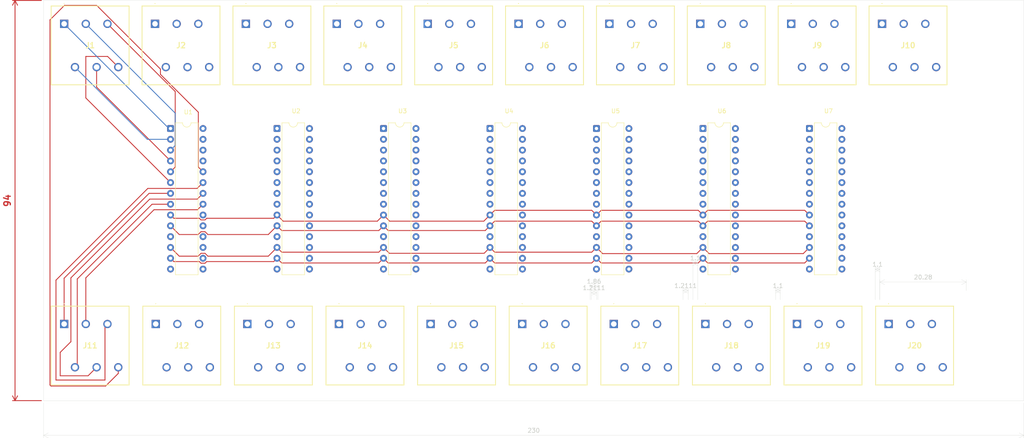
<source format=kicad_pcb>
(kicad_pcb (version 20241229) (generator "pcbnew") (generator_version "9.0")
  (layers (0 "F.Cu" signal) (4 "In1.Cu" signal) (6 "In2.Cu" signal) (2 "B.Cu" signal) (13 "F.Paste" user) (15 "B.Paste" user) (5 "F.SilkS" user "F.Silkscreen") (7 "B.SilkS" user "B.Silkscreen") (1 "F.Mask" user) (3 "B.Mask" user) (25 "Edge.Cuts" user))
  (net 0 "")
  (net 265 "Net-(U1-SDA)")
  (net 266 "Net-(U1-SCK)")
  (net 267 "Net-(U1-VSS)")
  (net 268 "Net-(U1-VDD)")
  (net 269 "Net-(U1-GPB2)")
  (net 270 "Net-(U1-GPB3)")
  (net 271 "Net-(U1-GPB0)")
  (net 272 "Net-(U1-GPB1)")
  (net 273 "Net-(U1-GPB4)")
  (net 274 "Net-(U1-GPB5)")
  (net 275 "Net-(U1-GPA0)")
  (net 276 "Net-(U1-GPB6)")
  (net 277 "Net-(U1-GPA2)")
  (net 278 "Net-(U1-GPA1)")
  (net 279 "Net-(U1-GPA3)")
  (net 280 "/<NO NET>")
  (footprint "Package_DIP:DIP-28_W7.62mm" (layer "F.Cu") (at 136.82 58.92)
    (property "Reference" "U4")
    (property "Value" "MCP23017_SP")
  )
  (footprint "1_tme:DG127A50806P1400AH" (layer "F.Cu") (at 186.16 34.34)
    (property "Reference" "J8")
    (property "Value" "DG127A-5.08-06P-14-00AH" (hide yes))
  )
  (footprint "1_tme:DG127A50806P1400AH" (layer "F.Cu") (at 208.848889 104.84)
    (property "Reference" "J19")
    (property "Value" "DG127A-5.08-06P-14-00AH" (hide yes))
  )
  (footprint "1_tme:DG127A50806P1400AH" (layer "F.Cu") (at 165.866667 104.84)
    (property "Reference" "J17")
    (property "Value" "DG127A-5.08-06P-14-00AH" (hide yes))
  )
  (footprint "1_tme:DG127A50806P1400AH" (layer "F.Cu") (at 58.411111 104.84)
    (property "Reference" "J12")
    (property "Value" "DG127A-5.08-06P-14-00AH" (hide yes))
  )
  (footprint "Package_DIP:DIP-28_W7.62mm" (layer "F.Cu") (at 161.8 58.92)
    (property "Reference" "U5")
    (property "Value" "MCP23017_SP")
  )
  (footprint "1_tme:DG127A50806P1400AH" (layer "F.Cu") (at 79.56 34.34)
    (property "Reference" "J3")
    (property "Value" "DG127A-5.08-06P-14-00AH" (hide yes))
  )
  (footprint "1_tme:DG127A50806P1400AH" (layer "F.Cu") (at 100.88 34.34)
    (property "Reference" "J4")
    (property "Value" "DG127A-5.08-06P-14-00AH" (hide yes))
  )
  (footprint "Package_DIP:DIP-28_W7.62mm" (layer "F.Cu") (at 61.88 58.92)
    (property "Reference" "U1")
    (property "Value" "MCP23017_SP")
  )
  (footprint "1_tme:DG127A50806P1400AH" (layer "F.Cu") (at 36.92 34.34)
    (property "Reference" "J1")
    (property "Value" "DG127A-5.08-06P-14-00AH" (hide yes))
  )
  (footprint "1_tme:DG127A50806P1400AH" (layer "F.Cu") (at 164.84 34.34)
    (property "Reference" "J7")
    (property "Value" "DG127A-5.08-06P-14-00AH" (hide yes))
  )
  (footprint "1_tme:DG127A50806P1400AH" (layer "F.Cu") (at 122.884444 104.84)
    (property "Reference" "J15")
    (property "Value" "DG127A-5.08-06P-14-00AH" (hide yes))
  )
  (footprint "1_tme:DG127A50806P1400AH" (layer "F.Cu") (at 187.357778 104.84)
    (property "Reference" "J18")
    (property "Value" "DG127A-5.08-06P-14-00AH" (hide yes))
  )
  (footprint "1_tme:DG127A50806P1400AH" (layer "F.Cu") (at 101.393333 104.84)
    (property "Reference" "J14")
    (property "Value" "DG127A-5.08-06P-14-00AH" (hide yes))
  )
  (footprint "1_tme:DG127A50806P1400AH" (layer "F.Cu") (at 58.24 34.34)
    (property "Reference" "J2")
    (property "Value" "DG127A-5.08-06P-14-00AH" (hide yes))
  )
  (footprint "1_tme:DG127A50806P1400AH" (layer "F.Cu") (at 79.902222 104.84)
    (property "Reference" "J13")
    (property "Value" "DG127A-5.08-06P-14-00AH" (hide yes))
  )
  (footprint "Package_DIP:DIP-28_W7.62mm" (layer "F.Cu") (at 186.78 58.92)
    (property "Reference" "U6")
    (property "Value" "MCP23017_SP")
  )
  (footprint "1_tme:DG127A50806P1400AH" (layer "F.Cu") (at 207.48 34.34)
    (property "Reference" "J9")
    (property "Value" "DG127A-5.08-06P-14-00AH" (hide yes))
  )
  (footprint "Package_DIP:DIP-28_W7.62mm" (layer "F.Cu") (at 86.86 58.92)
    (property "Reference" "U2")
    (property "Value" "MCP23017_SP")
  )
  (footprint "1_tme:DG127A50806P1400AH" (layer "F.Cu") (at 36.92 104.84)
    (property "Reference" "J11")
    (property "Value" "DG127A-5.08-06P-14-00AH" (hide yes))
  )
  (footprint "1_tme:DG127A50806P1400AH" (layer "F.Cu") (at 228.8 34.34)
    (property "Reference" "J10")
    (property "Value" "DG127A-5.08-06P-14-00AH" (hide yes))
  )
  (footprint "Package_DIP:DIP-28_W7.62mm" (layer "F.Cu") (at 111.84 58.92)
    (property "Reference" "U3")
    (property "Value" "MCP23017_SP")
  )
  (footprint "1_tme:DG127A50806P1400AH" (layer "F.Cu") (at 143.52 34.34)
    (property "Reference" "J6")
    (property "Value" "DG127A-5.08-06P-14-00AH" (hide yes))
  )
  (footprint "1_tme:DG127A50806P1400AH" (layer "F.Cu") (at 144.375556 104.84)
    (property "Reference" "J16")
    (property "Value" "DG127A-5.08-06P-14-00AH" (hide yes))
  )
  (footprint "1_tme:DG127A50806P1400AH" (layer "F.Cu") (at 122.2 34.34)
    (property "Reference" "J5")
    (property "Value" "DG127A-5.08-06P-14-00AH" (hide yes))
  )
  (footprint "Package_DIP:DIP-28_W7.62mm" (layer "F.Cu") (at 211.76 58.92)
    (property "Reference" "U7")
    (property "Value" "MCP23017_SP")
  )
  (footprint "1_tme:DG127A50806P1400AH" (layer "F.Cu") (at 230.34 104.84)
    (property "Reference" "J20")
    (property "Value" "DG127A-5.08-06P-14-00AH" (hide yes))
  )
  (gr_rect (start 32.08 28.84) (end 262.08 122.84) (stroke (width 0.05)) (fill no) (layer "Edge.Cuts"))
  (dimension (type orthogonal) (layer "F.Cu") (pts (xy 32.08 28.84) (xy 32.08 122.84)) (height -6.68) (orientation 1) (format (prefix "") (suffix "") (units 3) (units_format 0) (precision 4) (suppress_zeroes yes)) (style (thickness 0.2) (arrow_length 1.27) (text_position_mode 0) (arrow_direction outward) (extension_height 0.58642) (extension_offset 0.5) (keep_text_aligned yes)) (gr_text "3700.7874" (at 23.6 75.84 90) (layer "F.Cu") (effects (font (size 1.5 1.5) (thickness 0.3)))))
  (dimension (type orthogonal) (layer "Edge.Cuts") (pts (xy 182.106667 99.65) (xy 183.317778 99.65)) (height -2.65) (orientation 0) (format (prefix "") (suffix "") (units 3) (units_format 0) (precision 4) (suppress_zeroes yes)) (style (thickness 0.05) (arrow_length 1.27) (text_position_mode 0) (arrow_direction outward) (extension_height 0.58642) (extension_offset 0.5) (keep_text_aligned yes)) (gr_text "47.6815" (at 182.712223 95.85 0) (layer "Edge.Cuts") (effects (font (size 1 1) (thickness 0.15)))))
  (dimension (type orthogonal) (layer "Edge.Cuts") (pts (xy 185.54 99.65) (xy 184.44 99.65)) (height -9.15) (orientation 0) (format (prefix "") (suffix "") (units 3) (units_format 0) (precision 4) (suppress_zeroes yes)) (style (thickness 0.05) (arrow_length 1.27) (text_position_mode 0) (arrow_direction outward) (extension_height 0.58642) (extension_offset 0.5) (keep_text_aligned yes)) (gr_text "43.3071" (at 184.99 89.35 0) (layer "Edge.Cuts") (effects (font (size 1 1) (thickness 0.15)))))
  (dimension (type orthogonal) (layer "Edge.Cuts") (pts (xy 160.615556 99.65) (xy 161.826667 99.65)) (height -2.15) (orientation 0) (format (prefix "") (suffix "") (units 3) (units_format 0) (precision 4) (suppress_zeroes yes)) (style (thickness 0.05) (arrow_length 1.27) (text_position_mode 0) (arrow_direction outward) (extension_height 0.58642) (extension_offset 0.5) (keep_text_aligned yes)) (gr_text "47.6815" (at 161.221112 96.35 0) (layer "Edge.Cuts") (effects (font (size 1 1) (thickness 0.15)))))
  (dimension (type orthogonal) (layer "Edge.Cuts") (pts (xy 162.16 99.65) (xy 160.3 99.65)) (height -3.65) (orientation 0) (format (prefix "") (suffix "") (units 3) (units_format 0) (precision 4) (suppress_zeroes yes)) (style (thickness 0.05) (arrow_length 1.27) (text_position_mode 0) (arrow_direction outward) (extension_height 0.58642) (extension_offset 0.5) (keep_text_aligned yes)) (gr_text "73.2283" (at 161.23 94.85 0) (layer "Edge.Cuts") (effects (font (size 1 1) (thickness 0.15)))))
  (dimension (type orthogonal) (layer "Edge.Cuts") (pts (xy 228.3 99.65) (xy 248.58 97.5)) (height -4.65) (orientation 0) (format (prefix "") (suffix "") (units 3) (units_format 0) (precision 4) (suppress_zeroes yes)) (style (thickness 0.05) (arrow_length 1.27) (text_position_mode 0) (arrow_direction outward) (extension_height 0.58642) (extension_offset 0.5) (keep_text_aligned yes)) (gr_text "798.4252" (at 238.44 93.85 0) (layer "Edge.Cuts") (effects (font (size 1 1) (thickness 0.15)))))
  (dimension (type orthogonal) (layer "Edge.Cuts") (pts (xy 228.3 99.65) (xy 227.2 99.65)) (height -7.65) (orientation 0) (format (prefix "") (suffix "") (units 3) (units_format 0) (precision 4) (suppress_zeroes yes)) (style (thickness 0.05) (arrow_length 1.27) (text_position_mode 0) (arrow_direction outward) (extension_height 0.58642) (extension_offset 0.5) (keep_text_aligned yes)) (gr_text "43.3071" (at 227.75 90.85 0) (layer "Edge.Cuts") (effects (font (size 1 1) (thickness 0.15)))))
  (dimension (type orthogonal) (layer "Edge.Cuts") (pts (xy 32.08 122.84) (xy 262.08 122.84)) (height 8.16) (orientation 0) (format (prefix "") (suffix "") (units 3) (units_format 0) (precision 4) (suppress_zeroes yes)) (style (thickness 0.05) (arrow_length 1.27) (text_position_mode 0) (arrow_direction outward) (extension_height 0.58642) (extension_offset 0.5) (keep_text_aligned yes)) (gr_text "9055.1181" (at 147.08 129.85 0) (layer "Edge.Cuts") (effects (font (size 1 1) (thickness 0.15)))))
  (dimension (type orthogonal) (layer "Edge.Cuts") (pts (xy 204.92 99.65) (xy 203.82 99.65)) (height -2.65) (orientation 0) (format (prefix "") (suffix "") (units 3) (units_format 0) (precision 4) (suppress_zeroes yes)) (style (thickness 0.05) (arrow_length 1.27) (text_position_mode 0) (arrow_direction outward) (extension_height 0.58642) (extension_offset 0.5) (keep_text_aligned yes)) (gr_text "43.3071" (at 204.37 95.85 0) (layer "Edge.Cuts") (effects (font (size 1 1) (thickness 0.15)))))
  (segment (start 185.679 90.501) (end 186.78 89.4) (width 0.2) (layer "F.Cu") (net 265))
  (segment (start 111.84 89.4) (end 112.941 90.501) (width 0.2) (layer "F.Cu") (net 265))
  (segment (start 162.901 90.501) (end 185.679 90.501) (width 0.2) (layer "F.Cu") (net 265))
  (segment (start 186.78 89.4) (end 187.881 90.501) (width 0.2) (layer "F.Cu") (net 265))
  (segment (start 135.719 90.501) (end 136.82 89.4) (width 0.2) (layer "F.Cu") (net 265))
  (segment (start 210.659 90.501) (end 211.76 89.4) (width 0.2) (layer "F.Cu") (net 265))
  (segment (start 112.941 90.501) (end 135.719 90.501) (width 0.2) (layer "F.Cu") (net 265))
  (segment (start 160.699 90.501) (end 161.8 89.4) (width 0.2) (layer "F.Cu") (net 265))
  (segment (start 69.021583 90.555) (end 69.978417 90.555) (width 0.2) (layer "F.Cu") (net 265))
  (segment (start 137.921 90.501) (end 160.699 90.501) (width 0.2) (layer "F.Cu") (net 265))
  (segment (start 86.09 90.17) (end 86.86 89.4) (width 0.2) (layer "F.Cu") (net 265))
  (segment (start 62.65 90.17) (end 68.636583 90.17) (width 0.2) (layer "F.Cu") (net 265))
  (segment (start 68.636583 90.17) (end 69.021583 90.555) (width 0.2) (layer "F.Cu") (net 265))
  (segment (start 187.881 90.501) (end 210.659 90.501) (width 0.2) (layer "F.Cu") (net 265))
  (segment (start 110.739 90.501) (end 111.84 89.4) (width 0.2) (layer "F.Cu") (net 265))
  (segment (start 86.86 89.4) (end 87.961 90.501) (width 0.2) (layer "F.Cu") (net 265))
  (segment (start 70.363417 90.17) (end 86.09 90.17) (width 0.2) (layer "F.Cu") (net 265))
  (segment (start 61.88 89.4) (end 62.65 90.17) (width 0.2) (layer "F.Cu") (net 265))
  (segment (start 87.961 90.501) (end 110.739 90.501) (width 0.2) (layer "F.Cu") (net 265))
  (segment (start 69.978417 90.555) (end 70.363417 90.17) (width 0.2) (layer "F.Cu") (net 265))
  (segment (start 161.8 89.4) (end 162.901 90.501) (width 0.2) (layer "F.Cu") (net 265))
  (segment (start 136.82 89.4) (end 137.921 90.501) (width 0.2) (layer "F.Cu") (net 265))
  (segment (start 110.739 87.961) (end 111.84 86.86) (width 0.2) (layer "F.Cu") (net 266))
  (segment (start 70.633417 88.9) (end 84.82 88.9) (width 0.2) (layer "F.Cu") (net 266))
  (segment (start 63.92 88.9) (end 68.366583 88.9) (width 0.2) (layer "F.Cu") (net 266))
  (segment (start 61.88 86.86) (end 63.92 88.9) (width 0.2) (layer "F.Cu") (net 266))
  (segment (start 136.82 86.86) (end 137.921 87.961) (width 0.2) (layer "F.Cu") (net 266))
  (segment (start 69.021583 88.245) (end 69.978417 88.245) (width 0.2) (layer "F.Cu") (net 266))
  (segment (start 69.978417 88.245) (end 70.633417 88.9) (width 0.2) (layer "F.Cu") (net 266))
  (segment (start 113.22 88.24) (end 135.44 88.24) (width 0.2) (layer "F.Cu") (net 266))
  (segment (start 86.86 86.86) (end 87.961 87.961) (width 0.2) (layer "F.Cu") (net 266))
  (segment (start 188.219 88.299) (end 210.321 88.299) (width 0.2) (layer "F.Cu") (net 266))
  (segment (start 163.239 88.299) (end 185.341 88.299) (width 0.2) (layer "F.Cu") (net 266))
  (segment (start 161.8 86.86) (end 163.239 88.299) (width 0.2) (layer "F.Cu") (net 266))
  (segment (start 186.78 86.86) (end 188.219 88.299) (width 0.2) (layer "F.Cu") (net 266))
  (segment (start 185.341 88.299) (end 186.78 86.86) (width 0.2) (layer "F.Cu") (net 266))
  (segment (start 87.961 87.961) (end 110.739 87.961) (width 0.2) (layer "F.Cu") (net 266))
  (segment (start 111.84 86.86) (end 113.22 88.24) (width 0.2) (layer "F.Cu") (net 266))
  (segment (start 68.366583 88.9) (end 69.021583 88.245) (width 0.2) (layer "F.Cu") (net 266))
  (segment (start 210.321 88.299) (end 211.76 86.86) (width 0.2) (layer "F.Cu") (net 266))
  (segment (start 84.82 88.9) (end 86.86 86.86) (width 0.2) (layer "F.Cu") (net 266))
  (segment (start 135.44 88.24) (end 136.82 86.86) (width 0.2) (layer "F.Cu") (net 266))
  (segment (start 137.921 87.961) (end 160.699 87.961) (width 0.2) (layer "F.Cu") (net 266))
  (segment (start 160.699 87.961) (end 161.8 86.86) (width 0.2) (layer "F.Cu") (net 266))
  (segment (start 137.921 80.679) (end 160.699 80.679) (width 0.2) (layer "F.Cu") (net 267))
  (segment (start 162.901 80.679) (end 185.679 80.679) (width 0.2) (layer "F.Cu") (net 267))
  (segment (start 61.88 81.78) (end 63.92 83.82) (width 0.2) (layer "F.Cu") (net 267))
  (segment (start 210.659 80.679) (end 211.76 81.78) (width 0.2) (layer "F.Cu") (net 267))
  (segment (start 87.961 82.881) (end 110.739 82.881) (width 0.2) (layer "F.Cu") (net 267))
  (segment (start 187.881 80.679) (end 210.659 80.679) (width 0.2) (layer "F.Cu") (net 267))
  (segment (start 69.978417 83.165) (end 70.633417 83.82) (width 0.2) (layer "F.Cu") (net 267))
  (segment (start 63.92 83.82) (end 68.366583 83.82) (width 0.2) (layer "F.Cu") (net 267))
  (segment (start 110.739 82.881) (end 111.84 81.78) (width 0.2) (layer "F.Cu") (net 267))
  (segment (start 69.021583 83.165) (end 69.978417 83.165) (width 0.2) (layer "F.Cu") (net 267))
  (segment (start 136.82 81.78) (end 137.921 80.679) (width 0.2) (layer "F.Cu") (net 267))
  (segment (start 84.82 83.82) (end 86.86 81.78) (width 0.2) (layer "F.Cu") (net 267))
  (segment (start 112.941 82.881) (end 135.719 82.881) (width 0.2) (layer "F.Cu") (net 267))
  (segment (start 161.8 81.78) (end 162.901 80.679) (width 0.2) (layer "F.Cu") (net 267))
  (segment (start 135.719 82.881) (end 136.82 81.78) (width 0.2) (layer "F.Cu") (net 267))
  (segment (start 86.86 81.78) (end 87.961 82.881) (width 0.2) (layer "F.Cu") (net 267))
  (segment (start 111.84 81.78) (end 112.941 82.881) (width 0.2) (layer "F.Cu") (net 267))
  (segment (start 185.679 80.679) (end 186.78 81.78) (width 0.2) (layer "F.Cu") (net 267))
  (segment (start 70.633417 83.82) (end 84.82 83.82) (width 0.2) (layer "F.Cu") (net 267))
  (segment (start 186.78 81.78) (end 187.881 80.679) (width 0.2) (layer "F.Cu") (net 267))
  (segment (start 160.699 80.679) (end 161.8 81.78) (width 0.2) (layer "F.Cu") (net 267))
  (segment (start 68.366583 83.82) (end 69.021583 83.165) (width 0.2) (layer "F.Cu") (net 267))
  (segment (start 111.84 79.24) (end 113.279 80.679) (width 0.2) (layer "F.Cu") (net 268))
  (segment (start 61.88 79.24) (end 62.65 80.01) (width 0.2) (layer "F.Cu") (net 268))
  (segment (start 62.65 80.01) (end 68.636583 80.01) (width 0.2) (layer "F.Cu") (net 268))
  (segment (start 210.659 78.139) (end 211.76 79.24) (width 0.2) (layer "F.Cu") (net 268))
  (segment (start 86.86 79.24) (end 88.299 80.679) (width 0.2) (layer "F.Cu") (net 268))
  (segment (start 135.381 80.679) (end 136.82 79.24) (width 0.2) (layer "F.Cu") (net 268))
  (segment (start 69.021583 80.395) (end 69.978417 80.395) (width 0.2) (layer "F.Cu") (net 268))
  (segment (start 70.363417 80.01) (end 86.09 80.01) (width 0.2) (layer "F.Cu") (net 268))
  (segment (start 88.299 80.679) (end 110.401 80.679) (width 0.2) (layer "F.Cu") (net 268))
  (segment (start 161.8 79.24) (end 162.901 78.139) (width 0.2) (layer "F.Cu") (net 268))
  (segment (start 186.78 79.24) (end 187.881 78.139) (width 0.2) (layer "F.Cu") (net 268))
  (segment (start 68.636583 80.01) (end 69.021583 80.395) (width 0.2) (layer "F.Cu") (net 268))
  (segment (start 136.82 79.24) (end 137.921 78.139) (width 0.2) (layer "F.Cu") (net 268))
  (segment (start 86.09 80.01) (end 86.86 79.24) (width 0.2) (layer "F.Cu") (net 268))
  (segment (start 185.679 78.139) (end 186.78 79.24) (width 0.2) (layer "F.Cu") (net 268))
  (segment (start 162.901 78.139) (end 185.679 78.139) (width 0.2) (layer "F.Cu") (net 268))
  (segment (start 160.699 78.139) (end 161.8 79.24) (width 0.2) (layer "F.Cu") (net 268))
  (segment (start 110.401 80.679) (end 111.84 79.24) (width 0.2) (layer "F.Cu") (net 268))
  (segment (start 69.978417 80.395) (end 70.363417 80.01) (width 0.2) (layer "F.Cu") (net 268))
  (segment (start 137.921 78.139) (end 160.699 78.139) (width 0.2) (layer "F.Cu") (net 268))
  (segment (start 187.881 78.139) (end 210.659 78.139) (width 0.2) (layer "F.Cu") (net 268))
  (segment (start 113.279 80.679) (end 135.381 80.679) (width 0.2) (layer "F.Cu") (net 268))
  (segment (start 62.981 55.321) (end 42 34.34) (width 0.2) (layer "B.Cu") (net 269))
  (segment (start 62.981 62.899) (end 62.981 55.321) (width 0.2) (layer "B.Cu") (net 269))
  (segment (start 61.88 64) (end 62.981 62.899) (width 0.2) (layer "B.Cu") (net 269))
  (segment (start 44.54 49.2) (end 44.54 44.5) (width 0.2) (layer "F.Cu") (net 270))
  (segment (start 61.88 66.54) (end 44.54 49.2) (width 0.2) (layer "F.Cu") (net 270))
  (segment (start 61.5 58.92) (end 36.92 34.34) (width 0.2) (layer "B.Cu") (net 271))
  (segment (start 61.88 58.92) (end 61.5 58.92) (width 0.2) (layer "B.Cu") (net 271))
  (segment (start 61.88 61.46) (end 56.42 61.46) (width 0.2) (layer "B.Cu") (net 272))
  (segment (start 56.42 61.46) (end 39.46 44.5) (width 0.2) (layer "B.Cu") (net 272))
  (segment (start 62.981 50.241) (end 47.08 34.34) (width 0.2) (layer "F.Cu") (net 273))
  (segment (start 62.981 67.979) (end 62.981 50.241) (width 0.2) (layer "F.Cu") (net 273))
  (segment (start 61.88 69.08) (end 62.981 67.979) (width 0.2) (layer "F.Cu") (net 273))
  (segment (start 61.88 71.62) (end 42 51.74) (width 0.2) (layer "F.Cu") (net 274))
  (segment (start 42 51.74) (end 42 42) (width 0.2) (layer "F.Cu") (net 274))
  (segment (start 47.12 42) (end 49.62 44.5) (width 0.2) (layer "F.Cu") (net 274))
  (segment (start 42 42) (end 47.12 42) (width 0.2) (layer "F.Cu") (net 274))
  (segment (start 58 78) (end 68.2 78) (width 0.2) (layer "F.Cu") (net 275))
  (segment (start 42 94) (end 58 78) (width 0.2) (layer "F.Cu") (net 275))
  (segment (start 42 104.84) (end 42 94) (width 0.2) (layer "F.Cu") (net 275))
  (segment (start 68.2 78) (end 69.5 76.7) (width 0.2) (layer "F.Cu") (net 275))
  (segment (start 56.84 74.16) (end 36.92 94.08) (width 0.2) (layer "F.Cu") (net 276))
  (segment (start 61.88 74.16) (end 56.84 74.16) (width 0.2) (layer "F.Cu") (net 276))
  (segment (start 36.92 94.08) (end 36.92 104.84) (width 0.2) (layer "F.Cu") (net 276))
  (segment (start 46.5 105.42) (end 46.5 118) (width 0.2) (layer "F.Cu") (net 277))
  (segment (start 56.54 73) (end 68.12 73) (width 0.2) (layer "F.Cu") (net 277))
  (segment (start 46.5 118) (end 35 118) (width 0.2) (layer "F.Cu") (net 277))
  (segment (start 35 118) (end 35 94.54) (width 0.2) (layer "F.Cu") (net 277))
  (segment (start 35 94.54) (end 56.54 73) (width 0.2) (layer "F.Cu") (net 277))
  (segment (start 68.12 73) (end 69.5 71.62) (width 0.2) (layer "F.Cu") (net 277))
  (segment (start 47.08 104.84) (end 46.5 105.42) (width 0.2) (layer "F.Cu") (net 277))
  (segment (start 68.16 75.5) (end 57 75.5) (width 0.2) (layer "F.Cu") (net 278))
  (segment (start 38.5 109) (end 36 111.5) (width 0.2) (layer "F.Cu") (net 278))
  (segment (start 57 75.5) (end 38.5 94) (width 0.2) (layer "F.Cu") (net 278))
  (segment (start 36 117) (end 42.54 117) (width 0.2) (layer "F.Cu") (net 278))
  (segment (start 36 111.5) (end 36 117) (width 0.2) (layer "F.Cu") (net 278))
  (segment (start 69.5 74.16) (end 68.16 75.5) (width 0.2) (layer "F.Cu") (net 278))
  (segment (start 38.5 94) (end 38.5 109) (width 0.2) (layer "F.Cu") (net 278))
  (segment (start 42.54 117) (end 44.54 115) (width 0.2) (layer "F.Cu") (net 278))
  (segment (start 49.62 115) (end 49.62 116.4471) (width 0.2) (layer "F.Cu") (net 279))
  (segment (start 33.8339 119.401) (end 33.599 119.1661) (width 0.2) (layer "F.Cu") (net 279))
  (segment (start 37 30) (end 44.544537 30) (width 0.2) (layer "F.Cu") (net 279))
  (segment (start 33.599 33.401) (end 37 30) (width 0.2) (layer "F.Cu") (net 279))
  (segment (start 59.504 44.959463) (end 59.504 46.1969) (width 0.2) (layer "F.Cu") (net 279))
  (segment (start 68.399 67.979) (end 69.5 69.08) (width 0.2) (layer "F.Cu") (net 279))
  (segment (start 33.599 119.1661) (end 33.599 33.401) (width 0.2) (layer "F.Cu") (net 279))
  (segment (start 68.399 55.0919) (end 68.399 67.979) (width 0.2) (layer "F.Cu") (net 279))
  (segment (start 44.544537 30) (end 59.504 44.959463) (width 0.2) (layer "F.Cu") (net 279))
  (segment (start 59.504 46.1969) (end 68.399 55.0919) (width 0.2) (layer "F.Cu") (net 279))
  (segment (start 49.62 116.4471) (end 46.6661 119.401) (width 0.2) (layer "F.Cu") (net 279))
  (segment (start 46.6661 119.401) (end 33.8339 119.401) (width 0.2) (layer "F.Cu") (net 279))
  (segment (start 39.46 115) (end 40 114.46) (width 0.2) (layer "F.Cu") (net 280))
  (segment (start 57.55 76.7) (end 61.88 76.7) (width 0.2) (layer "F.Cu") (net 280))
  (segment (start 40 94.25) (end 57.55 76.7) (width 0.2) (layer "F.Cu") (net 280))
  (segment (start 40 114.46) (end 40 94.25) (width 0.2) (layer "F.Cu") (net 280))
)
</source>
